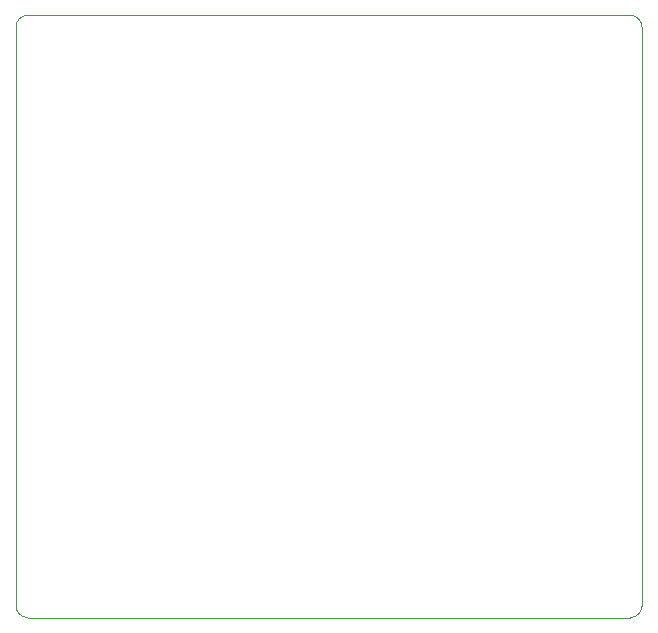
<source format=gm1>
%TF.GenerationSoftware,KiCad,Pcbnew,5.1.9+dfsg1-1*%
%TF.CreationDate,2021-06-01T22:56:34+02:00*%
%TF.ProjectId,SDR-RX,5344522d-5258-42e6-9b69-6361645f7063,rev?*%
%TF.SameCoordinates,Original*%
%TF.FileFunction,Profile,NP*%
%FSLAX46Y46*%
G04 Gerber Fmt 4.6, Leading zero omitted, Abs format (unit mm)*
G04 Created by KiCad (PCBNEW 5.1.9+dfsg1-1) date 2021-06-01 22:56:34*
%MOMM*%
%LPD*%
G01*
G04 APERTURE LIST*
%TA.AperFunction,Profile*%
%ADD10C,0.050000*%
%TD*%
G04 APERTURE END LIST*
D10*
X110260000Y-65720000D02*
G75*
G02*
X111260000Y-64720000I1000000J0D01*
G01*
X111260000Y-115720000D02*
G75*
G02*
X110260000Y-114720000I0J1000000D01*
G01*
X163260000Y-114720000D02*
G75*
G02*
X162260000Y-115720000I-1000000J0D01*
G01*
X162260000Y-64720000D02*
G75*
G02*
X163260000Y-65720000I0J-1000000D01*
G01*
X162260000Y-64720000D02*
X111260000Y-64720000D01*
X163260000Y-114720000D02*
X163260000Y-65720000D01*
X111260000Y-115720000D02*
X162260000Y-115720000D01*
X110260000Y-65720000D02*
X110260000Y-114720000D01*
M02*

</source>
